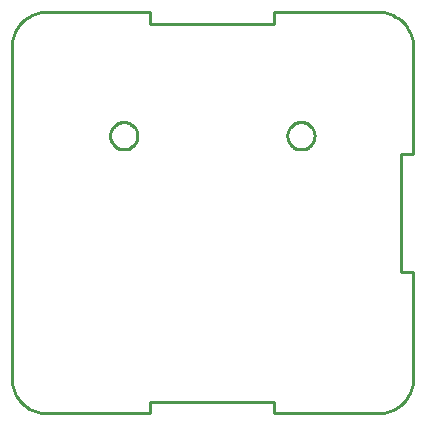
<source format=gbr>
G04 EAGLE Gerber RS-274X export*
G75*
%MOMM*%
%FSLAX34Y34*%
%LPD*%
%IN*%
%IPPOS*%
%AMOC8*
5,1,8,0,0,1.08239X$1,22.5*%
G01*
%ADD10C,0.254000*%


D10*
X7800Y37800D02*
X7914Y35185D01*
X8256Y32591D01*
X8822Y30035D01*
X9609Y27539D01*
X10611Y25121D01*
X11819Y22800D01*
X13225Y20593D01*
X14819Y18516D01*
X16587Y16587D01*
X18516Y14819D01*
X20593Y13225D01*
X22800Y11819D01*
X25121Y10611D01*
X27539Y9609D01*
X30035Y8822D01*
X32591Y8256D01*
X35185Y7914D01*
X37800Y7800D01*
X125300Y7800D01*
X125300Y17800D01*
X230300Y17800D01*
X230300Y7800D01*
X317800Y7800D01*
X320415Y7914D01*
X323009Y8256D01*
X325565Y8822D01*
X328061Y9609D01*
X330479Y10611D01*
X332800Y11819D01*
X335007Y13225D01*
X337084Y14819D01*
X339013Y16587D01*
X340781Y18516D01*
X342375Y20593D01*
X343781Y22800D01*
X344989Y25121D01*
X345991Y27539D01*
X346778Y30035D01*
X347344Y32591D01*
X347686Y35185D01*
X347800Y37800D01*
X347800Y127800D01*
X337800Y127800D01*
X337800Y227800D01*
X347800Y227800D01*
X347800Y317800D01*
X347686Y320415D01*
X347344Y323009D01*
X346778Y325565D01*
X345991Y328061D01*
X344989Y330479D01*
X343781Y332800D01*
X342375Y335007D01*
X340781Y337084D01*
X339013Y339013D01*
X337084Y340781D01*
X335007Y342375D01*
X332800Y343781D01*
X330479Y344989D01*
X328061Y345991D01*
X325565Y346778D01*
X323009Y347344D01*
X320415Y347686D01*
X317800Y347800D01*
X230300Y347800D01*
X230300Y337800D01*
X125300Y337800D01*
X125300Y347800D01*
X37800Y347800D01*
X35185Y347686D01*
X32591Y347344D01*
X30035Y346778D01*
X27539Y345991D01*
X25121Y344989D01*
X22800Y343781D01*
X20593Y342375D01*
X18516Y340781D01*
X16587Y339013D01*
X14819Y337084D01*
X13225Y335007D01*
X11819Y332800D01*
X10611Y330479D01*
X9609Y328061D01*
X8822Y325565D01*
X8256Y323009D01*
X7914Y320415D01*
X7800Y317800D01*
X7800Y37800D01*
X114300Y242348D02*
X114300Y243252D01*
X114229Y244153D01*
X114088Y245045D01*
X113877Y245924D01*
X113598Y246783D01*
X113252Y247618D01*
X112841Y248423D01*
X112369Y249194D01*
X111838Y249925D01*
X111251Y250612D01*
X110612Y251251D01*
X109925Y251838D01*
X109194Y252369D01*
X108423Y252841D01*
X107618Y253252D01*
X106783Y253598D01*
X105924Y253877D01*
X105045Y254088D01*
X104153Y254229D01*
X103252Y254300D01*
X102348Y254300D01*
X101447Y254229D01*
X100555Y254088D01*
X99676Y253877D01*
X98817Y253598D01*
X97982Y253252D01*
X97177Y252841D01*
X96406Y252369D01*
X95675Y251838D01*
X94988Y251251D01*
X94349Y250612D01*
X93762Y249925D01*
X93231Y249194D01*
X92759Y248423D01*
X92348Y247618D01*
X92002Y246783D01*
X91723Y245924D01*
X91512Y245045D01*
X91371Y244153D01*
X91300Y243252D01*
X91300Y242348D01*
X91371Y241447D01*
X91512Y240555D01*
X91723Y239676D01*
X92002Y238817D01*
X92348Y237982D01*
X92759Y237177D01*
X93231Y236406D01*
X93762Y235675D01*
X94349Y234988D01*
X94988Y234349D01*
X95675Y233762D01*
X96406Y233231D01*
X97177Y232759D01*
X97982Y232348D01*
X98817Y232002D01*
X99676Y231723D01*
X100555Y231512D01*
X101447Y231371D01*
X102348Y231300D01*
X103252Y231300D01*
X104153Y231371D01*
X105045Y231512D01*
X105924Y231723D01*
X106783Y232002D01*
X107618Y232348D01*
X108423Y232759D01*
X109194Y233231D01*
X109925Y233762D01*
X110612Y234349D01*
X111251Y234988D01*
X111838Y235675D01*
X112369Y236406D01*
X112841Y237177D01*
X113252Y237982D01*
X113598Y238817D01*
X113877Y239676D01*
X114088Y240555D01*
X114229Y241447D01*
X114300Y242348D01*
X264300Y242348D02*
X264300Y243252D01*
X264229Y244153D01*
X264088Y245045D01*
X263877Y245924D01*
X263598Y246783D01*
X263252Y247618D01*
X262841Y248423D01*
X262369Y249194D01*
X261838Y249925D01*
X261251Y250612D01*
X260612Y251251D01*
X259925Y251838D01*
X259194Y252369D01*
X258423Y252841D01*
X257618Y253252D01*
X256783Y253598D01*
X255924Y253877D01*
X255045Y254088D01*
X254153Y254229D01*
X253252Y254300D01*
X252348Y254300D01*
X251447Y254229D01*
X250555Y254088D01*
X249676Y253877D01*
X248817Y253598D01*
X247982Y253252D01*
X247177Y252841D01*
X246406Y252369D01*
X245675Y251838D01*
X244988Y251251D01*
X244349Y250612D01*
X243762Y249925D01*
X243231Y249194D01*
X242759Y248423D01*
X242348Y247618D01*
X242002Y246783D01*
X241723Y245924D01*
X241512Y245045D01*
X241371Y244153D01*
X241300Y243252D01*
X241300Y242348D01*
X241371Y241447D01*
X241512Y240555D01*
X241723Y239676D01*
X242002Y238817D01*
X242348Y237982D01*
X242759Y237177D01*
X243231Y236406D01*
X243762Y235675D01*
X244349Y234988D01*
X244988Y234349D01*
X245675Y233762D01*
X246406Y233231D01*
X247177Y232759D01*
X247982Y232348D01*
X248817Y232002D01*
X249676Y231723D01*
X250555Y231512D01*
X251447Y231371D01*
X252348Y231300D01*
X253252Y231300D01*
X254153Y231371D01*
X255045Y231512D01*
X255924Y231723D01*
X256783Y232002D01*
X257618Y232348D01*
X258423Y232759D01*
X259194Y233231D01*
X259925Y233762D01*
X260612Y234349D01*
X261251Y234988D01*
X261838Y235675D01*
X262369Y236406D01*
X262841Y237177D01*
X263252Y237982D01*
X263598Y238817D01*
X263877Y239676D01*
X264088Y240555D01*
X264229Y241447D01*
X264300Y242348D01*
X114300Y242348D02*
X114300Y243252D01*
X114229Y244153D01*
X114088Y245045D01*
X113877Y245924D01*
X113598Y246783D01*
X113252Y247618D01*
X112841Y248423D01*
X112369Y249194D01*
X111838Y249925D01*
X111251Y250612D01*
X110612Y251251D01*
X109925Y251838D01*
X109194Y252369D01*
X108423Y252841D01*
X107618Y253252D01*
X106783Y253598D01*
X105924Y253877D01*
X105045Y254088D01*
X104153Y254229D01*
X103252Y254300D01*
X102348Y254300D01*
X101447Y254229D01*
X100555Y254088D01*
X99676Y253877D01*
X98817Y253598D01*
X97982Y253252D01*
X97177Y252841D01*
X96406Y252369D01*
X95675Y251838D01*
X94988Y251251D01*
X94349Y250612D01*
X93762Y249925D01*
X93231Y249194D01*
X92759Y248423D01*
X92348Y247618D01*
X92002Y246783D01*
X91723Y245924D01*
X91512Y245045D01*
X91371Y244153D01*
X91300Y243252D01*
X91300Y242348D01*
X91371Y241447D01*
X91512Y240555D01*
X91723Y239676D01*
X92002Y238817D01*
X92348Y237982D01*
X92759Y237177D01*
X93231Y236406D01*
X93762Y235675D01*
X94349Y234988D01*
X94988Y234349D01*
X95675Y233762D01*
X96406Y233231D01*
X97177Y232759D01*
X97982Y232348D01*
X98817Y232002D01*
X99676Y231723D01*
X100555Y231512D01*
X101447Y231371D01*
X102348Y231300D01*
X103252Y231300D01*
X104153Y231371D01*
X105045Y231512D01*
X105924Y231723D01*
X106783Y232002D01*
X107618Y232348D01*
X108423Y232759D01*
X109194Y233231D01*
X109925Y233762D01*
X110612Y234349D01*
X111251Y234988D01*
X111838Y235675D01*
X112369Y236406D01*
X112841Y237177D01*
X113252Y237982D01*
X113598Y238817D01*
X113877Y239676D01*
X114088Y240555D01*
X114229Y241447D01*
X114300Y242348D01*
M02*

</source>
